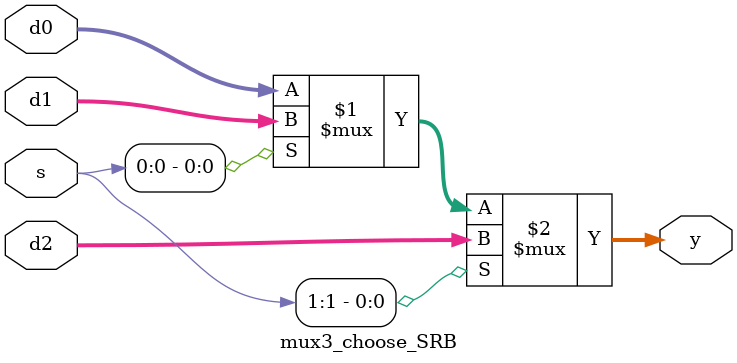
<source format=sv>
 module mux3_choose_SRB #(parameter WIDTH = 8)
                     (input    logic [WIDTH-1:0] d0, d1, d2,
                        input    logic [1:0]             s,
                        output logic [WIDTH-1:0] y);
     assign y = s[1] ? d2 : (s[0] ? d1 : d0);
 endmodule
</source>
